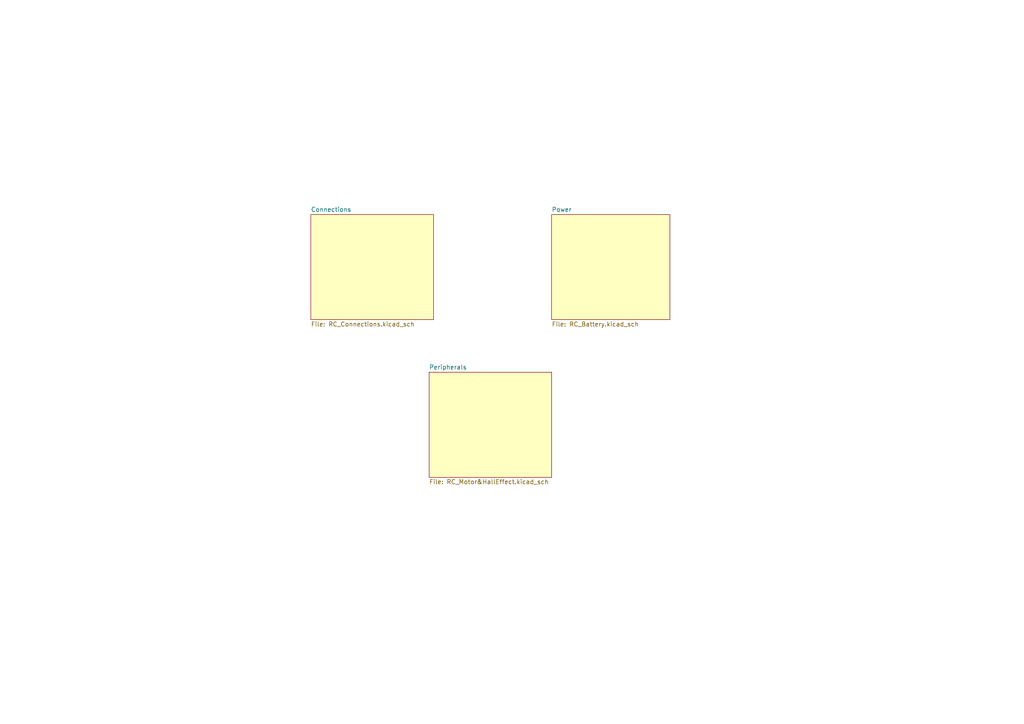
<source format=kicad_sch>
(kicad_sch
	(version 20250114)
	(generator "eeschema")
	(generator_version "9.0")
	(uuid "427b2895-e3a6-4096-b101-5f65a3f7473e")
	(paper "A4")
	(lib_symbols)
	(sheet
		(at 90.17 62.23)
		(size 35.56 30.48)
		(exclude_from_sim no)
		(in_bom yes)
		(on_board yes)
		(dnp no)
		(fields_autoplaced yes)
		(stroke
			(width 0.1524)
			(type solid)
		)
		(fill
			(color 255 255 194 1.0000)
		)
		(uuid "01bd870e-4674-4257-9660-564635d632de")
		(property "Sheetname" "Connections"
			(at 90.17 61.5184 0)
			(effects
				(font
					(size 1.27 1.27)
				)
				(justify left bottom)
			)
		)
		(property "Sheetfile" "RC_Connections.kicad_sch"
			(at 90.17 93.2946 0)
			(effects
				(font
					(size 1.27 1.27)
				)
				(justify left top)
			)
		)
		(instances
			(project "RC-W25"
				(path "/427b2895-e3a6-4096-b101-5f65a3f7473e"
					(page "2")
				)
			)
		)
	)
	(sheet
		(at 124.46 107.95)
		(size 35.56 30.48)
		(exclude_from_sim no)
		(in_bom yes)
		(on_board yes)
		(dnp no)
		(fields_autoplaced yes)
		(stroke
			(width 0.1524)
			(type solid)
		)
		(fill
			(color 255 255 194 1.0000)
		)
		(uuid "36289d84-c6e3-4b09-90a7-bd5cb46c1d1f")
		(property "Sheetname" "Peripherals"
			(at 124.46 107.2384 0)
			(effects
				(font
					(size 1.27 1.27)
				)
				(justify left bottom)
			)
		)
		(property "Sheetfile" "RC_Motor&HallEffect.kicad_sch"
			(at 124.46 139.0146 0)
			(effects
				(font
					(size 1.27 1.27)
				)
				(justify left top)
			)
		)
		(instances
			(project "RC-W25"
				(path "/427b2895-e3a6-4096-b101-5f65a3f7473e"
					(page "4")
				)
			)
		)
	)
	(sheet
		(at 160.02 62.23)
		(size 34.29 30.48)
		(exclude_from_sim no)
		(in_bom yes)
		(on_board yes)
		(dnp no)
		(fields_autoplaced yes)
		(stroke
			(width 0.1524)
			(type solid)
		)
		(fill
			(color 255 255 194 1.0000)
		)
		(uuid "9423f10d-7c89-4a48-b233-1b4f9ab13c89")
		(property "Sheetname" "Power"
			(at 160.02 61.5184 0)
			(effects
				(font
					(size 1.27 1.27)
				)
				(justify left bottom)
			)
		)
		(property "Sheetfile" "RC_Battery.kicad_sch"
			(at 160.02 93.2946 0)
			(effects
				(font
					(size 1.27 1.27)
				)
				(justify left top)
			)
		)
		(instances
			(project "RC-W25"
				(path "/427b2895-e3a6-4096-b101-5f65a3f7473e"
					(page "3")
				)
			)
		)
	)
	(sheet_instances
		(path "/"
			(page "1")
		)
	)
	(embedded_fonts no)
)

</source>
